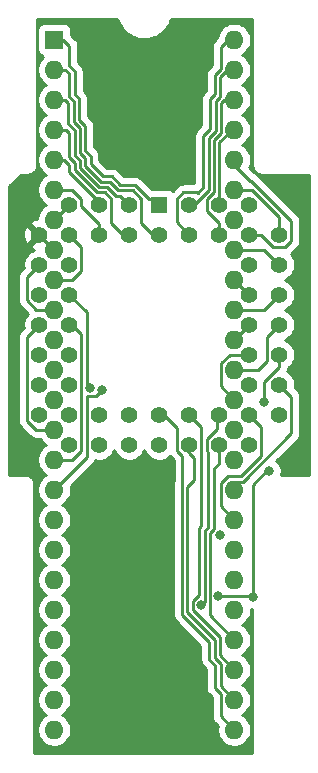
<source format=gbl>
G04 #@! TF.GenerationSoftware,KiCad,Pcbnew,(5.1.6-0)*
G04 #@! TF.CreationDate,2023-03-04T21:55:24+01:00*
G04 #@! TF.ProjectId,PaulaAdapter,5061756c-6141-4646-9170-7465722e6b69,rev?*
G04 #@! TF.SameCoordinates,Original*
G04 #@! TF.FileFunction,Copper,L2,Bot*
G04 #@! TF.FilePolarity,Positive*
%FSLAX46Y46*%
G04 Gerber Fmt 4.6, Leading zero omitted, Abs format (unit mm)*
G04 Created by KiCad (PCBNEW (5.1.6-0)) date 2023-03-04 21:55:24*
%MOMM*%
%LPD*%
G01*
G04 APERTURE LIST*
G04 #@! TA.AperFunction,ComponentPad*
%ADD10C,1.422400*%
G04 #@! TD*
G04 #@! TA.AperFunction,ComponentPad*
%ADD11R,1.422400X1.422400*%
G04 #@! TD*
G04 #@! TA.AperFunction,ComponentPad*
%ADD12O,1.600000X1.600000*%
G04 #@! TD*
G04 #@! TA.AperFunction,ComponentPad*
%ADD13R,1.600000X1.600000*%
G04 #@! TD*
G04 #@! TA.AperFunction,ViaPad*
%ADD14C,0.800000*%
G04 #@! TD*
G04 #@! TA.AperFunction,Conductor*
%ADD15C,0.250000*%
G04 #@! TD*
G04 #@! TA.AperFunction,Conductor*
%ADD16C,0.254000*%
G04 #@! TD*
G04 APERTURE END LIST*
D10*
X48704500Y-46863000D03*
X48704500Y-49403000D03*
X48704500Y-51943000D03*
X48704500Y-54483000D03*
X48704500Y-57023000D03*
X48704500Y-59563000D03*
X46164500Y-44323000D03*
X46164500Y-49403000D03*
X46164500Y-51943000D03*
X46164500Y-54483000D03*
X46164500Y-57023000D03*
X46164500Y-59563000D03*
X46164500Y-62103000D03*
X46164500Y-64643000D03*
X43624500Y-64643000D03*
X41084500Y-64643000D03*
X38544500Y-64643000D03*
X36004500Y-64643000D03*
X33464500Y-64643000D03*
X30924500Y-64643000D03*
X48704500Y-62103000D03*
X43624500Y-62103000D03*
X41084500Y-62103000D03*
X38544500Y-62103000D03*
X36004500Y-62103000D03*
X33464500Y-62103000D03*
X30924500Y-62103000D03*
X28384500Y-62103000D03*
X28384500Y-59563000D03*
X28384500Y-57023000D03*
X28384500Y-54483000D03*
X28384500Y-51943000D03*
X28384500Y-49403000D03*
X28384500Y-46863000D03*
X30924500Y-59563000D03*
X30924500Y-57023000D03*
X30924500Y-54483000D03*
X30924500Y-51943000D03*
X30924500Y-49403000D03*
X30924500Y-46863000D03*
X43624500Y-44323000D03*
X41084500Y-44323000D03*
X30924500Y-44323000D03*
X33464500Y-44323000D03*
X36004500Y-44323000D03*
D11*
X38544500Y-44323000D03*
D10*
X46164500Y-46863000D03*
X43624500Y-46863000D03*
X41084500Y-46863000D03*
X33464500Y-46863000D03*
X36004500Y-46863000D03*
X38544500Y-46863000D03*
D12*
X44894500Y-30353000D03*
X29654500Y-88773000D03*
X44894500Y-32893000D03*
X29654500Y-86233000D03*
X44894500Y-35433000D03*
X29654500Y-83693000D03*
X44894500Y-37973000D03*
X29654500Y-81153000D03*
X44894500Y-40513000D03*
X29654500Y-78613000D03*
X44894500Y-43053000D03*
X29654500Y-76073000D03*
X44894500Y-45593000D03*
X29654500Y-73533000D03*
X44894500Y-48133000D03*
X29654500Y-70993000D03*
X44894500Y-50673000D03*
X29654500Y-68453000D03*
X44894500Y-53213000D03*
X29654500Y-65913000D03*
X44894500Y-55753000D03*
X29654500Y-63373000D03*
X44894500Y-58293000D03*
X29654500Y-60833000D03*
X44894500Y-60833000D03*
X29654500Y-58293000D03*
X44894500Y-63373000D03*
X29654500Y-55753000D03*
X44894500Y-65913000D03*
X29654500Y-53213000D03*
X44894500Y-68453000D03*
X29654500Y-50673000D03*
X44894500Y-70993000D03*
X29654500Y-48133000D03*
X44894500Y-73533000D03*
X29654500Y-45593000D03*
X44894500Y-76073000D03*
X29654500Y-43053000D03*
X44894500Y-78613000D03*
X29654500Y-40513000D03*
X44894500Y-81153000D03*
X29654500Y-37973000D03*
X44894500Y-83693000D03*
X29654500Y-35433000D03*
X44894500Y-86233000D03*
X29654500Y-32893000D03*
X44894500Y-88773000D03*
D13*
X29654500Y-30353000D03*
D14*
X33661541Y-60051618D03*
X32685701Y-59833121D03*
X47434500Y-61023500D03*
X47879000Y-66865500D03*
X46446220Y-77535857D03*
X43556482Y-77425290D03*
X43688000Y-72326500D03*
X37211000Y-30924500D03*
X26797000Y-48133000D03*
X50546000Y-66611500D03*
X38417500Y-66865500D03*
X42164000Y-89408000D03*
X32131000Y-89471500D03*
X26416000Y-66611500D03*
X50546000Y-42291000D03*
X42106481Y-78232000D03*
D15*
X38544500Y-46863000D02*
X38036500Y-46863000D01*
X37040701Y-45867201D02*
X37040701Y-43825623D01*
X37040701Y-43825623D02*
X36337476Y-43122398D01*
X38036500Y-46863000D02*
X37040701Y-45867201D01*
X35070296Y-43122398D02*
X34334677Y-42386779D01*
X36337476Y-43122398D02*
X35070296Y-43122398D01*
X34334677Y-42386779D02*
X33628009Y-42386779D01*
X32274528Y-41033298D02*
X32274527Y-40398297D01*
X33628009Y-42386779D02*
X32274528Y-41033298D01*
X31824518Y-39948288D02*
X31824518Y-37854198D01*
X32274527Y-40398297D02*
X31824518Y-39948288D01*
X31311010Y-37340690D02*
X31311009Y-35564099D01*
X31824518Y-37854198D02*
X31311010Y-37340690D01*
X31311009Y-35564099D02*
X30924500Y-35177590D01*
X30924500Y-35177590D02*
X30924500Y-33210500D01*
X30607000Y-32893000D02*
X29654500Y-32893000D01*
X30924500Y-33210500D02*
X30607000Y-32893000D01*
X29654500Y-30353000D02*
X30416500Y-30353000D01*
X30924500Y-30861000D02*
X30924500Y-32574090D01*
X30416500Y-30353000D02*
X30924500Y-30861000D01*
X30924500Y-32574090D02*
X31374510Y-33024100D01*
X31374510Y-34991190D02*
X31761018Y-35377700D01*
X31374510Y-33024100D02*
X31374510Y-34991190D01*
X31761018Y-37154288D02*
X32274528Y-37667798D01*
X31761018Y-35377700D02*
X31761018Y-37154288D01*
X32274528Y-39761888D02*
X32724536Y-40211898D01*
X32274528Y-37667798D02*
X32274528Y-39761888D01*
X32724536Y-40846896D02*
X33814409Y-41936769D01*
X32724536Y-40211898D02*
X32724536Y-40846896D01*
X33814409Y-41936769D02*
X34521078Y-41936770D01*
X35256696Y-42672388D02*
X36523877Y-42672389D01*
X36523877Y-42672389D02*
X37655500Y-43804012D01*
X34521078Y-41936770D02*
X35256696Y-42672388D01*
X38025512Y-43804012D02*
X38544500Y-44323000D01*
X37655500Y-43804012D02*
X38025512Y-43804012D01*
X40048299Y-43825623D02*
X40587123Y-43286799D01*
X40587123Y-43286799D02*
X41762799Y-43286799D01*
X40048299Y-45826799D02*
X40048299Y-43825623D01*
X41084500Y-46863000D02*
X40048299Y-45826799D01*
X41783000Y-43307000D02*
X41834102Y-43307000D01*
X41762799Y-43286799D02*
X41783000Y-43307000D01*
X42274472Y-38493300D02*
X42869479Y-37898293D01*
X42274472Y-42866630D02*
X42274472Y-38493300D01*
X41834102Y-43307000D02*
X42274472Y-42866630D01*
X42869479Y-37898293D02*
X42869480Y-35359700D01*
X42869480Y-35359700D02*
X43237990Y-34991190D01*
X43237990Y-34991190D02*
X43237991Y-33341599D01*
X43237991Y-33341599D02*
X43769499Y-32810091D01*
X44358998Y-30353000D02*
X43769499Y-30942499D01*
X44894500Y-30353000D02*
X44358998Y-30353000D01*
X43769499Y-32810091D02*
X43769499Y-30942499D01*
X44894500Y-32893000D02*
X44323000Y-32893000D01*
X43688000Y-33528000D02*
X43688000Y-35177590D01*
X44323000Y-32893000D02*
X43688000Y-33528000D01*
X43688000Y-35177590D02*
X43319489Y-35546101D01*
X43319489Y-38084691D02*
X42724482Y-38679700D01*
X43319489Y-35546101D02*
X43319489Y-38084691D01*
X41454512Y-44323000D02*
X41084500Y-44323000D01*
X42724482Y-43053030D02*
X41454512Y-44323000D01*
X42724482Y-38679700D02*
X42724482Y-43053030D01*
X42588299Y-43825623D02*
X43174490Y-43239432D01*
X42588299Y-44820377D02*
X42588299Y-43825623D01*
X43624500Y-45856578D02*
X42588299Y-44820377D01*
X43624500Y-46863000D02*
X43624500Y-45856578D01*
X43174490Y-43239432D02*
X43174491Y-38866099D01*
X43769499Y-38271091D02*
X43769499Y-35732501D01*
X43174491Y-38866099D02*
X43769499Y-38271091D01*
X44069000Y-35433000D02*
X44894500Y-35433000D01*
X43769499Y-35732501D02*
X44069000Y-35433000D01*
X43624500Y-44323000D02*
X43624500Y-39052500D01*
X44704000Y-37973000D02*
X44894500Y-37973000D01*
X43624500Y-39052500D02*
X44704000Y-37973000D01*
X49740701Y-45729213D02*
X46302488Y-42291000D01*
X49740701Y-47360377D02*
X49740701Y-45729213D01*
X48207123Y-47899201D02*
X49201877Y-47899201D01*
X47170922Y-46863000D02*
X48207123Y-47899201D01*
X49201877Y-47899201D02*
X49740701Y-47360377D01*
X46164500Y-46863000D02*
X47170922Y-46863000D01*
X46302488Y-42291000D02*
X46228000Y-42291000D01*
X44894500Y-40957500D02*
X44894500Y-40513000D01*
X46228000Y-42291000D02*
X44894500Y-40957500D01*
X48704500Y-45329422D02*
X48704500Y-46863000D01*
X46428078Y-43053000D02*
X48704500Y-45329422D01*
X44894500Y-43053000D02*
X46428078Y-43053000D01*
X43769499Y-83204409D02*
X43769499Y-85107999D01*
X43237990Y-81148900D02*
X43237990Y-82672900D01*
X40931471Y-78842381D02*
X43237990Y-81148900D01*
X43237990Y-82672900D02*
X43769499Y-83204409D01*
X40931470Y-68225030D02*
X40931471Y-78842381D01*
X41529000Y-65786000D02*
X41529000Y-67627500D01*
X41084500Y-65341500D02*
X41529000Y-65786000D01*
X43769499Y-85107999D02*
X44894500Y-86233000D01*
X41529000Y-67627500D02*
X40931470Y-68225030D01*
X41084500Y-64643000D02*
X41084500Y-65341500D01*
X44894500Y-88773000D02*
X43750795Y-87629295D01*
X43750795Y-85725705D02*
X43243500Y-85218410D01*
X43243500Y-85218410D02*
X43243500Y-83314820D01*
X43750795Y-87629295D02*
X43750795Y-85725705D01*
X43243500Y-83314820D02*
X42787980Y-82859300D01*
X42787980Y-82859300D02*
X42787980Y-81335300D01*
X40481462Y-79028780D02*
X40481462Y-67976538D01*
X42787980Y-81335300D02*
X40481462Y-79028780D01*
X40481462Y-67976538D02*
X40513000Y-67945000D01*
X40048299Y-65140377D02*
X40048299Y-63202701D01*
X40513000Y-65605078D02*
X40048299Y-65140377D01*
X40513000Y-67945000D02*
X40513000Y-65605078D01*
X38948598Y-62103000D02*
X38544500Y-62103000D01*
X40048299Y-63202701D02*
X38948598Y-62103000D01*
X42831481Y-79089981D02*
X44894500Y-81153000D01*
X42831481Y-72110017D02*
X42831481Y-79089981D01*
X43148250Y-71793248D02*
X42831481Y-72110017D01*
X43148250Y-66706750D02*
X43148250Y-71793248D01*
X43624500Y-66230500D02*
X43148250Y-66706750D01*
X43624500Y-64643000D02*
X43624500Y-66230500D01*
X28130500Y-53213000D02*
X29654500Y-53213000D01*
X27348299Y-52430799D02*
X28130500Y-53213000D01*
X27348299Y-50439201D02*
X27348299Y-52430799D01*
X28384500Y-49403000D02*
X27348299Y-50439201D01*
X31960701Y-49900377D02*
X31188078Y-50673000D01*
X31960701Y-47899201D02*
X31960701Y-49900377D01*
X31188078Y-50673000D02*
X29654500Y-50673000D01*
X30924500Y-46863000D02*
X31960701Y-47899201D01*
X29654500Y-45593000D02*
X30924500Y-44323000D01*
X33464500Y-46863000D02*
X33464500Y-45974000D01*
X31188078Y-43053000D02*
X29654500Y-43053000D01*
X31960701Y-43825623D02*
X31188078Y-43053000D01*
X31960701Y-44470201D02*
X31960701Y-43825623D01*
X33464500Y-45974000D02*
X31960701Y-44470201D01*
X33464500Y-44323000D02*
X33464500Y-44132500D01*
X33464500Y-44132500D02*
X30924500Y-41592500D01*
X30924500Y-41592500D02*
X30924500Y-40957500D01*
X30480000Y-40513000D02*
X29654500Y-40513000D01*
X30924500Y-40957500D02*
X30480000Y-40513000D01*
X31374509Y-40771099D02*
X30924500Y-40321090D01*
X30924500Y-40321090D02*
X30924500Y-38227000D01*
X33255209Y-43286799D02*
X31374510Y-41406100D01*
X33961877Y-43286799D02*
X33255209Y-43286799D01*
X31374510Y-41406100D02*
X31374509Y-40771099D01*
X34500701Y-43825623D02*
X33961877Y-43286799D01*
X30670500Y-37973000D02*
X29654500Y-37973000D01*
X35496500Y-46863000D02*
X34500701Y-45867201D01*
X34500701Y-45867201D02*
X34500701Y-43825623D01*
X30924500Y-38227000D02*
X30670500Y-37973000D01*
X36004500Y-46863000D02*
X35496500Y-46863000D01*
X34883896Y-43572408D02*
X34148277Y-42836789D01*
X35253908Y-43572408D02*
X34883896Y-43572408D01*
X36004500Y-44323000D02*
X35253908Y-43572408D01*
X34148277Y-42836789D02*
X33441609Y-42836789D01*
X31824518Y-41219698D02*
X31824518Y-40584698D01*
X33441609Y-42836789D02*
X31824518Y-41219698D01*
X31374510Y-40134690D02*
X31374509Y-38040599D01*
X31824518Y-40584698D02*
X31374510Y-40134690D01*
X31374509Y-38040599D02*
X30861000Y-37527090D01*
X30861000Y-37527090D02*
X30861000Y-35750500D01*
X30543500Y-35433000D02*
X29654500Y-35433000D01*
X30861000Y-35750500D02*
X30543500Y-35433000D01*
X47434500Y-48133000D02*
X48704500Y-49403000D01*
X44894500Y-48133000D02*
X47434500Y-48133000D01*
X46164500Y-51943000D02*
X44894500Y-50673000D01*
X33661541Y-60051618D02*
X33155037Y-60558122D01*
X32410711Y-65696789D02*
X29654500Y-68453000D01*
X32410711Y-60616789D02*
X32410711Y-65696789D01*
X32469378Y-60558122D02*
X32410711Y-60616789D01*
X33155037Y-60558122D02*
X32469378Y-60558122D01*
X47434500Y-53213000D02*
X48704500Y-51943000D01*
X44894500Y-53213000D02*
X47434500Y-53213000D01*
X31188078Y-65913000D02*
X29654500Y-65913000D01*
X31960701Y-65140377D02*
X31188078Y-65913000D01*
X31960701Y-55261701D02*
X31960701Y-65140377D01*
X31182000Y-54483000D02*
X31960701Y-55261701D01*
X30924500Y-54483000D02*
X31182000Y-54483000D01*
X44894500Y-55753000D02*
X46164500Y-54483000D01*
X28120922Y-63373000D02*
X29654500Y-63373000D01*
X27348299Y-62600377D02*
X28120922Y-63373000D01*
X27348299Y-55519201D02*
X27348299Y-62600377D01*
X28384500Y-54483000D02*
X27348299Y-55519201D01*
X47668299Y-55519201D02*
X48704500Y-54483000D01*
X47668299Y-57520377D02*
X47668299Y-55519201D01*
X46895676Y-58293000D02*
X47668299Y-57520377D01*
X44894500Y-58293000D02*
X46895676Y-58293000D01*
X30924500Y-51943000D02*
X32410711Y-53429211D01*
X32410711Y-59558131D02*
X32685701Y-59833121D01*
X32410711Y-53429211D02*
X32410711Y-59558131D01*
X43769499Y-59707999D02*
X44894500Y-60833000D01*
X43769499Y-57752999D02*
X43769499Y-59707999D01*
X44499498Y-57023000D02*
X43769499Y-57752999D01*
X46164500Y-57023000D02*
X44499498Y-57023000D01*
X48704500Y-58029422D02*
X48704500Y-57023000D01*
X47434500Y-59299422D02*
X48704500Y-58029422D01*
X47434500Y-61023500D02*
X47434500Y-59299422D01*
X46446220Y-72913308D02*
X46446220Y-77535857D01*
X43619191Y-77487999D02*
X43556482Y-77425290D01*
X46398362Y-77487999D02*
X43619191Y-77487999D01*
X46446220Y-77535857D02*
X46398362Y-77487999D01*
X46446220Y-68021936D02*
X46446220Y-72913308D01*
X47602656Y-66865500D02*
X46446220Y-68021936D01*
X47879000Y-66865500D02*
X47602656Y-66865500D01*
X49740701Y-60599201D02*
X48704500Y-59563000D01*
X49740701Y-63658209D02*
X49740701Y-60599201D01*
X45315491Y-67778009D02*
X45620902Y-67778008D01*
X44894500Y-68199000D02*
X45315491Y-67778009D01*
X45620902Y-67778008D02*
X49740701Y-63658209D01*
X44894500Y-68453000D02*
X44894500Y-68199000D01*
X43769499Y-67912999D02*
X43769499Y-69867999D01*
X44354499Y-67327999D02*
X43769499Y-67912999D01*
X45434501Y-67327999D02*
X44354499Y-67327999D01*
X43769499Y-69867999D02*
X44894500Y-70993000D01*
X47200701Y-65561799D02*
X45434501Y-67327999D01*
X47200701Y-63139201D02*
X47200701Y-65561799D01*
X46164500Y-62103000D02*
X47200701Y-63139201D01*
X28384500Y-46863000D02*
X29654500Y-48133000D01*
X43424422Y-62303078D02*
X43624500Y-62103000D01*
X43424422Y-63309500D02*
X43424422Y-62303078D01*
X42588299Y-65140377D02*
X42588299Y-64145623D01*
X42698240Y-65250318D02*
X42588299Y-65140377D01*
X42698240Y-71606848D02*
X42698240Y-65250318D01*
X42381472Y-71923616D02*
X42698240Y-71606848D01*
X42588299Y-64145623D02*
X43424422Y-63309500D01*
X42381471Y-77957010D02*
X42381472Y-71923616D01*
X42106481Y-78232000D02*
X42381471Y-77957010D01*
X42120701Y-63139201D02*
X41084500Y-62103000D01*
X42120701Y-71547977D02*
X42120701Y-63139201D01*
X41931461Y-77334018D02*
X41931461Y-71737217D01*
X41381480Y-77883999D02*
X41931461Y-77334018D01*
X41381480Y-78655980D02*
X41381480Y-77883999D01*
X43688000Y-80962500D02*
X41381480Y-78655980D01*
X43688000Y-82486500D02*
X43688000Y-80962500D01*
X41931461Y-71737217D02*
X42120701Y-71547977D01*
X44894500Y-83693000D02*
X43688000Y-82486500D01*
D16*
G36*
X35069536Y-28814977D02*
G01*
X35093108Y-28869973D01*
X35115897Y-28925265D01*
X35120280Y-28933371D01*
X35281481Y-29226593D01*
X35315268Y-29275938D01*
X35348380Y-29325776D01*
X35354254Y-29332876D01*
X35569338Y-29589203D01*
X35612068Y-29631047D01*
X35654227Y-29673502D01*
X35661369Y-29679326D01*
X35922145Y-29888995D01*
X35972179Y-29921737D01*
X36021790Y-29955200D01*
X36029926Y-29959526D01*
X36326460Y-30114551D01*
X36381925Y-30136960D01*
X36437071Y-30160142D01*
X36445893Y-30162805D01*
X36766891Y-30257279D01*
X36825659Y-30268489D01*
X36884246Y-30280516D01*
X36893417Y-30281415D01*
X37226651Y-30311742D01*
X37286468Y-30311324D01*
X37346286Y-30311742D01*
X37355457Y-30310843D01*
X37688236Y-30275867D01*
X37746871Y-30263831D01*
X37805595Y-30252629D01*
X37814411Y-30249967D01*
X37814415Y-30249966D01*
X37814418Y-30249965D01*
X38134064Y-30151017D01*
X38189207Y-30127837D01*
X38244670Y-30105429D01*
X38252806Y-30101103D01*
X38547147Y-29941953D01*
X38596721Y-29908515D01*
X38646795Y-29875748D01*
X38653936Y-29869923D01*
X38911759Y-29656634D01*
X38953899Y-29614198D01*
X38996649Y-29572335D01*
X39002522Y-29565234D01*
X39214006Y-29305929D01*
X39247076Y-29256154D01*
X39280906Y-29206748D01*
X39285288Y-29198641D01*
X39442379Y-28903197D01*
X39465176Y-28847887D01*
X39488740Y-28792910D01*
X39491465Y-28784107D01*
X39539503Y-28625000D01*
X46432000Y-28625000D01*
X46432001Y-41050843D01*
X46428686Y-41084500D01*
X46441912Y-41218783D01*
X46481081Y-41347906D01*
X46544688Y-41466907D01*
X46630289Y-41571211D01*
X46734593Y-41656812D01*
X46853594Y-41720419D01*
X46982717Y-41759588D01*
X47083353Y-41769500D01*
X47117000Y-41772814D01*
X47150647Y-41769500D01*
X51258000Y-41769500D01*
X51258001Y-67196500D01*
X48862171Y-67196500D01*
X48874226Y-67167398D01*
X48914000Y-66967439D01*
X48914000Y-66763561D01*
X48874226Y-66563602D01*
X48796205Y-66375244D01*
X48682937Y-66205726D01*
X48538774Y-66061563D01*
X48462868Y-66010844D01*
X50251705Y-64222007D01*
X50280702Y-64198210D01*
X50375675Y-64082485D01*
X50446247Y-63950456D01*
X50489704Y-63807195D01*
X50500701Y-63695542D01*
X50500701Y-63695541D01*
X50504378Y-63658209D01*
X50500701Y-63620876D01*
X50500701Y-60636534D01*
X50504378Y-60599201D01*
X50489704Y-60450215D01*
X50446247Y-60306954D01*
X50375675Y-60174925D01*
X50304500Y-60088198D01*
X50280702Y-60059200D01*
X50251704Y-60035402D01*
X50027670Y-59811369D01*
X50050700Y-59695589D01*
X50050700Y-59430411D01*
X49998967Y-59170328D01*
X49897487Y-58925335D01*
X49750162Y-58704847D01*
X49562653Y-58517338D01*
X49373142Y-58390711D01*
X49410046Y-58321669D01*
X49453503Y-58178408D01*
X49457384Y-58139000D01*
X49562653Y-58068662D01*
X49750162Y-57881153D01*
X49897487Y-57660665D01*
X49998967Y-57415672D01*
X50050700Y-57155589D01*
X50050700Y-56890411D01*
X49998967Y-56630328D01*
X49897487Y-56385335D01*
X49750162Y-56164847D01*
X49562653Y-55977338D01*
X49342165Y-55830013D01*
X49156240Y-55753000D01*
X49342165Y-55675987D01*
X49562653Y-55528662D01*
X49750162Y-55341153D01*
X49897487Y-55120665D01*
X49998967Y-54875672D01*
X50050700Y-54615589D01*
X50050700Y-54350411D01*
X49998967Y-54090328D01*
X49897487Y-53845335D01*
X49750162Y-53624847D01*
X49562653Y-53437338D01*
X49342165Y-53290013D01*
X49156240Y-53213000D01*
X49342165Y-53135987D01*
X49562653Y-52988662D01*
X49750162Y-52801153D01*
X49897487Y-52580665D01*
X49998967Y-52335672D01*
X50050700Y-52075589D01*
X50050700Y-51810411D01*
X49998967Y-51550328D01*
X49897487Y-51305335D01*
X49750162Y-51084847D01*
X49562653Y-50897338D01*
X49342165Y-50750013D01*
X49156240Y-50673000D01*
X49342165Y-50595987D01*
X49562653Y-50448662D01*
X49750162Y-50261153D01*
X49897487Y-50040665D01*
X49998967Y-49795672D01*
X50050700Y-49535589D01*
X50050700Y-49270411D01*
X49998967Y-49010328D01*
X49897487Y-48765335D01*
X49750162Y-48544847D01*
X49688403Y-48483088D01*
X49741878Y-48439202D01*
X49765680Y-48410199D01*
X50251704Y-47924175D01*
X50280702Y-47900378D01*
X50375675Y-47784653D01*
X50446247Y-47652624D01*
X50489704Y-47509363D01*
X50500701Y-47397710D01*
X50500701Y-47397701D01*
X50504377Y-47360378D01*
X50500701Y-47323055D01*
X50500701Y-45766535D01*
X50504377Y-45729212D01*
X50500701Y-45691889D01*
X50500701Y-45691880D01*
X50489704Y-45580227D01*
X50446247Y-45436966D01*
X50375675Y-45304937D01*
X50345734Y-45268454D01*
X50304500Y-45218209D01*
X50304496Y-45218205D01*
X50280702Y-45189212D01*
X50251709Y-45165418D01*
X46866292Y-41780003D01*
X46842489Y-41750999D01*
X46726764Y-41656026D01*
X46600151Y-41588349D01*
X46177412Y-41165610D01*
X46274353Y-40931574D01*
X46329500Y-40654335D01*
X46329500Y-40371665D01*
X46274353Y-40094426D01*
X46166180Y-39833273D01*
X46009137Y-39598241D01*
X45809259Y-39398363D01*
X45576741Y-39243000D01*
X45809259Y-39087637D01*
X46009137Y-38887759D01*
X46166180Y-38652727D01*
X46274353Y-38391574D01*
X46329500Y-38114335D01*
X46329500Y-37831665D01*
X46274353Y-37554426D01*
X46166180Y-37293273D01*
X46009137Y-37058241D01*
X45809259Y-36858363D01*
X45576741Y-36703000D01*
X45809259Y-36547637D01*
X46009137Y-36347759D01*
X46166180Y-36112727D01*
X46274353Y-35851574D01*
X46329500Y-35574335D01*
X46329500Y-35291665D01*
X46274353Y-35014426D01*
X46166180Y-34753273D01*
X46009137Y-34518241D01*
X45809259Y-34318363D01*
X45576741Y-34163000D01*
X45809259Y-34007637D01*
X46009137Y-33807759D01*
X46166180Y-33572727D01*
X46274353Y-33311574D01*
X46329500Y-33034335D01*
X46329500Y-32751665D01*
X46274353Y-32474426D01*
X46166180Y-32213273D01*
X46009137Y-31978241D01*
X45809259Y-31778363D01*
X45576741Y-31623000D01*
X45809259Y-31467637D01*
X46009137Y-31267759D01*
X46166180Y-31032727D01*
X46274353Y-30771574D01*
X46329500Y-30494335D01*
X46329500Y-30211665D01*
X46274353Y-29934426D01*
X46166180Y-29673273D01*
X46009137Y-29438241D01*
X45809259Y-29238363D01*
X45574227Y-29081320D01*
X45313074Y-28973147D01*
X45035835Y-28918000D01*
X44753165Y-28918000D01*
X44475926Y-28973147D01*
X44214773Y-29081320D01*
X43979741Y-29238363D01*
X43779863Y-29438241D01*
X43622820Y-29673273D01*
X43514647Y-29934426D01*
X43467935Y-30169261D01*
X43258496Y-30378701D01*
X43229499Y-30402498D01*
X43205701Y-30431496D01*
X43205700Y-30431497D01*
X43134525Y-30518223D01*
X43063953Y-30650253D01*
X43033679Y-30750057D01*
X43025423Y-30777276D01*
X43020497Y-30793514D01*
X43005823Y-30942499D01*
X43009500Y-30979831D01*
X43009499Y-32495289D01*
X42726989Y-32777800D01*
X42697991Y-32801598D01*
X42674193Y-32830596D01*
X42674192Y-32830597D01*
X42603017Y-32917323D01*
X42532445Y-33049353D01*
X42515952Y-33103725D01*
X42491224Y-33185247D01*
X42488989Y-33192614D01*
X42474315Y-33341599D01*
X42477992Y-33378931D01*
X42477990Y-34676389D01*
X42358478Y-34795901D01*
X42329480Y-34819699D01*
X42305682Y-34848697D01*
X42305681Y-34848698D01*
X42234506Y-34935424D01*
X42163934Y-35067454D01*
X42147441Y-35121826D01*
X42120478Y-35210714D01*
X42113258Y-35284015D01*
X42105804Y-35359700D01*
X42109481Y-35397032D01*
X42109479Y-37583491D01*
X41763470Y-37929501D01*
X41734472Y-37953299D01*
X41710674Y-37982297D01*
X41710673Y-37982298D01*
X41639498Y-38069024D01*
X41568926Y-38201054D01*
X41549454Y-38265247D01*
X41530996Y-38326099D01*
X41525470Y-38344315D01*
X41510796Y-38493300D01*
X41514473Y-38530632D01*
X41514472Y-42526799D01*
X40624445Y-42526799D01*
X40587122Y-42523123D01*
X40549799Y-42526799D01*
X40549790Y-42526799D01*
X40438137Y-42537796D01*
X40294876Y-42581253D01*
X40162847Y-42651825D01*
X40047122Y-42746798D01*
X40023324Y-42775796D01*
X39669328Y-43129793D01*
X39610194Y-43081263D01*
X39499880Y-43022298D01*
X39380182Y-42985988D01*
X39255700Y-42973728D01*
X37900018Y-42973728D01*
X37087674Y-42161385D01*
X37063878Y-42132389D01*
X37028679Y-42103502D01*
X36948153Y-42037415D01*
X36816123Y-41966843D01*
X36716319Y-41936569D01*
X36672863Y-41923387D01*
X36561210Y-41912390D01*
X36523877Y-41908713D01*
X36486546Y-41912390D01*
X35571498Y-41912389D01*
X35084875Y-41425766D01*
X35061079Y-41396770D01*
X35026855Y-41368683D01*
X34945354Y-41301796D01*
X34813324Y-41231224D01*
X34736749Y-41207996D01*
X34670065Y-41187768D01*
X34558412Y-41176771D01*
X34558411Y-41176771D01*
X34521078Y-41173094D01*
X34483747Y-41176771D01*
X34129212Y-41176770D01*
X33484536Y-40532095D01*
X33484536Y-40249222D01*
X33488212Y-40211899D01*
X33484536Y-40174574D01*
X33484536Y-40174565D01*
X33473539Y-40062912D01*
X33430082Y-39919651D01*
X33359510Y-39787622D01*
X33264537Y-39671897D01*
X33235536Y-39648096D01*
X33034528Y-39447088D01*
X33034528Y-37705121D01*
X33038204Y-37667798D01*
X33034528Y-37630475D01*
X33034528Y-37630465D01*
X33023531Y-37518812D01*
X32980074Y-37375551D01*
X32909502Y-37243522D01*
X32814529Y-37127797D01*
X32785531Y-37104000D01*
X32521018Y-36839487D01*
X32521018Y-35415024D01*
X32524694Y-35377701D01*
X32521018Y-35340376D01*
X32521018Y-35340367D01*
X32510021Y-35228714D01*
X32466564Y-35085453D01*
X32395992Y-34953424D01*
X32301019Y-34837699D01*
X32272018Y-34813899D01*
X32134510Y-34676390D01*
X32134510Y-33061422D01*
X32138186Y-33024099D01*
X32134510Y-32986776D01*
X32134510Y-32986767D01*
X32123513Y-32875114D01*
X32080056Y-32731853D01*
X32009484Y-32599824D01*
X31914511Y-32484099D01*
X31885508Y-32460297D01*
X31684500Y-32259289D01*
X31684500Y-30898322D01*
X31688176Y-30860999D01*
X31684500Y-30823676D01*
X31684500Y-30823667D01*
X31673503Y-30712014D01*
X31630046Y-30568753D01*
X31559474Y-30436724D01*
X31464501Y-30320999D01*
X31435503Y-30297202D01*
X31092572Y-29954271D01*
X31092572Y-29553000D01*
X31080312Y-29428518D01*
X31044002Y-29308820D01*
X30985037Y-29198506D01*
X30905685Y-29101815D01*
X30808994Y-29022463D01*
X30698680Y-28963498D01*
X30578982Y-28927188D01*
X30454500Y-28914928D01*
X28854500Y-28914928D01*
X28730018Y-28927188D01*
X28610320Y-28963498D01*
X28500006Y-29022463D01*
X28403315Y-29101815D01*
X28323963Y-29198506D01*
X28264998Y-29308820D01*
X28228688Y-29428518D01*
X28216428Y-29553000D01*
X28216428Y-31153000D01*
X28228688Y-31277482D01*
X28264998Y-31397180D01*
X28323963Y-31507494D01*
X28403315Y-31604185D01*
X28500006Y-31683537D01*
X28610320Y-31742502D01*
X28730018Y-31778812D01*
X28738461Y-31779643D01*
X28539863Y-31978241D01*
X28382820Y-32213273D01*
X28274647Y-32474426D01*
X28219500Y-32751665D01*
X28219500Y-33034335D01*
X28274647Y-33311574D01*
X28382820Y-33572727D01*
X28539863Y-33807759D01*
X28739741Y-34007637D01*
X28972259Y-34163000D01*
X28739741Y-34318363D01*
X28539863Y-34518241D01*
X28382820Y-34753273D01*
X28274647Y-35014426D01*
X28219500Y-35291665D01*
X28219500Y-35574335D01*
X28274647Y-35851574D01*
X28382820Y-36112727D01*
X28539863Y-36347759D01*
X28739741Y-36547637D01*
X28972259Y-36703000D01*
X28739741Y-36858363D01*
X28539863Y-37058241D01*
X28382820Y-37293273D01*
X28274647Y-37554426D01*
X28219500Y-37831665D01*
X28219500Y-38114335D01*
X28274647Y-38391574D01*
X28382820Y-38652727D01*
X28539863Y-38887759D01*
X28739741Y-39087637D01*
X28972259Y-39243000D01*
X28739741Y-39398363D01*
X28539863Y-39598241D01*
X28382820Y-39833273D01*
X28274647Y-40094426D01*
X28219500Y-40371665D01*
X28219500Y-40654335D01*
X28274647Y-40931574D01*
X28382820Y-41192727D01*
X28539863Y-41427759D01*
X28739741Y-41627637D01*
X28972259Y-41783000D01*
X28739741Y-41938363D01*
X28539863Y-42138241D01*
X28382820Y-42373273D01*
X28274647Y-42634426D01*
X28219500Y-42911665D01*
X28219500Y-43194335D01*
X28274647Y-43471574D01*
X28382820Y-43732727D01*
X28539863Y-43967759D01*
X28739741Y-44167637D01*
X28972259Y-44323000D01*
X28739741Y-44478363D01*
X28539863Y-44678241D01*
X28382820Y-44913273D01*
X28274647Y-45174426D01*
X28219500Y-45451665D01*
X28219500Y-45526335D01*
X28048387Y-45552709D01*
X27799220Y-45643458D01*
X27695652Y-45698817D01*
X27634832Y-45933727D01*
X28384500Y-46683395D01*
X28398643Y-46669253D01*
X28578248Y-46848858D01*
X28564105Y-46863000D01*
X28578248Y-46877143D01*
X28398643Y-47056748D01*
X28384500Y-47042605D01*
X27634832Y-47792273D01*
X27695652Y-48027183D01*
X27927434Y-48135206D01*
X27746835Y-48210013D01*
X27526347Y-48357338D01*
X27338838Y-48544847D01*
X27191513Y-48765335D01*
X27090033Y-49010328D01*
X27038300Y-49270411D01*
X27038300Y-49535589D01*
X27061330Y-49651369D01*
X26837301Y-49875397D01*
X26808298Y-49899200D01*
X26776694Y-49937710D01*
X26713325Y-50014925D01*
X26663283Y-50108546D01*
X26642753Y-50146955D01*
X26599296Y-50290216D01*
X26588299Y-50401869D01*
X26588299Y-50401879D01*
X26584623Y-50439201D01*
X26588299Y-50476524D01*
X26588300Y-52393467D01*
X26584623Y-52430799D01*
X26588300Y-52468132D01*
X26589765Y-52483001D01*
X26599297Y-52579784D01*
X26642753Y-52723045D01*
X26713325Y-52855075D01*
X26767227Y-52920754D01*
X26808299Y-52970800D01*
X26837297Y-52994598D01*
X27403192Y-53560493D01*
X27338838Y-53624847D01*
X27191513Y-53845335D01*
X27090033Y-54090328D01*
X27038300Y-54350411D01*
X27038300Y-54615589D01*
X27061330Y-54731369D01*
X26837301Y-54955397D01*
X26808298Y-54979200D01*
X26772352Y-55023001D01*
X26713325Y-55094925D01*
X26666961Y-55181666D01*
X26642753Y-55226955D01*
X26599296Y-55370216D01*
X26588299Y-55481869D01*
X26588299Y-55481879D01*
X26584623Y-55519201D01*
X26588299Y-55556524D01*
X26588300Y-62563045D01*
X26584623Y-62600377D01*
X26588300Y-62637710D01*
X26599297Y-62749363D01*
X26608113Y-62778425D01*
X26642753Y-62892623D01*
X26713325Y-63024653D01*
X26776695Y-63101869D01*
X26808299Y-63140378D01*
X26837297Y-63164176D01*
X27557123Y-63884002D01*
X27580921Y-63913001D01*
X27609919Y-63936799D01*
X27696645Y-64007974D01*
X27818630Y-64073177D01*
X27828675Y-64078546D01*
X27971936Y-64122003D01*
X28083589Y-64133000D01*
X28083599Y-64133000D01*
X28120922Y-64136676D01*
X28158245Y-64133000D01*
X28436457Y-64133000D01*
X28539863Y-64287759D01*
X28739741Y-64487637D01*
X28972259Y-64643000D01*
X28739741Y-64798363D01*
X28539863Y-64998241D01*
X28382820Y-65233273D01*
X28274647Y-65494426D01*
X28219500Y-65771665D01*
X28219500Y-66054335D01*
X28274647Y-66331574D01*
X28382820Y-66592727D01*
X28539863Y-66827759D01*
X28739741Y-67027637D01*
X28972259Y-67183000D01*
X28739741Y-67338363D01*
X28539863Y-67538241D01*
X28382820Y-67773273D01*
X28274647Y-68034426D01*
X28219500Y-68311665D01*
X28219500Y-68594335D01*
X28274647Y-68871574D01*
X28382820Y-69132727D01*
X28539863Y-69367759D01*
X28739741Y-69567637D01*
X28972259Y-69723000D01*
X28739741Y-69878363D01*
X28539863Y-70078241D01*
X28382820Y-70313273D01*
X28274647Y-70574426D01*
X28219500Y-70851665D01*
X28219500Y-71134335D01*
X28274647Y-71411574D01*
X28382820Y-71672727D01*
X28539863Y-71907759D01*
X28739741Y-72107637D01*
X28972259Y-72263000D01*
X28739741Y-72418363D01*
X28539863Y-72618241D01*
X28382820Y-72853273D01*
X28274647Y-73114426D01*
X28219500Y-73391665D01*
X28219500Y-73674335D01*
X28274647Y-73951574D01*
X28382820Y-74212727D01*
X28539863Y-74447759D01*
X28739741Y-74647637D01*
X28972259Y-74803000D01*
X28739741Y-74958363D01*
X28539863Y-75158241D01*
X28382820Y-75393273D01*
X28274647Y-75654426D01*
X28219500Y-75931665D01*
X28219500Y-76214335D01*
X28274647Y-76491574D01*
X28382820Y-76752727D01*
X28539863Y-76987759D01*
X28739741Y-77187637D01*
X28972259Y-77343000D01*
X28739741Y-77498363D01*
X28539863Y-77698241D01*
X28382820Y-77933273D01*
X28274647Y-78194426D01*
X28219500Y-78471665D01*
X28219500Y-78754335D01*
X28274647Y-79031574D01*
X28382820Y-79292727D01*
X28539863Y-79527759D01*
X28739741Y-79727637D01*
X28972259Y-79883000D01*
X28739741Y-80038363D01*
X28539863Y-80238241D01*
X28382820Y-80473273D01*
X28274647Y-80734426D01*
X28219500Y-81011665D01*
X28219500Y-81294335D01*
X28274647Y-81571574D01*
X28382820Y-81832727D01*
X28539863Y-82067759D01*
X28739741Y-82267637D01*
X28972259Y-82423000D01*
X28739741Y-82578363D01*
X28539863Y-82778241D01*
X28382820Y-83013273D01*
X28274647Y-83274426D01*
X28219500Y-83551665D01*
X28219500Y-83834335D01*
X28274647Y-84111574D01*
X28382820Y-84372727D01*
X28539863Y-84607759D01*
X28739741Y-84807637D01*
X28972259Y-84963000D01*
X28739741Y-85118363D01*
X28539863Y-85318241D01*
X28382820Y-85553273D01*
X28274647Y-85814426D01*
X28219500Y-86091665D01*
X28219500Y-86374335D01*
X28274647Y-86651574D01*
X28382820Y-86912727D01*
X28539863Y-87147759D01*
X28739741Y-87347637D01*
X28972259Y-87503000D01*
X28739741Y-87658363D01*
X28539863Y-87858241D01*
X28382820Y-88093273D01*
X28274647Y-88354426D01*
X28219500Y-88631665D01*
X28219500Y-88914335D01*
X28274647Y-89191574D01*
X28382820Y-89452727D01*
X28539863Y-89687759D01*
X28739741Y-89887637D01*
X28974773Y-90044680D01*
X29235926Y-90152853D01*
X29513165Y-90208000D01*
X29795835Y-90208000D01*
X30073074Y-90152853D01*
X30334227Y-90044680D01*
X30569259Y-89887637D01*
X30769137Y-89687759D01*
X30926180Y-89452727D01*
X31034353Y-89191574D01*
X31089500Y-88914335D01*
X31089500Y-88631665D01*
X31034353Y-88354426D01*
X30926180Y-88093273D01*
X30769137Y-87858241D01*
X30569259Y-87658363D01*
X30336741Y-87503000D01*
X30569259Y-87347637D01*
X30769137Y-87147759D01*
X30926180Y-86912727D01*
X31034353Y-86651574D01*
X31089500Y-86374335D01*
X31089500Y-86091665D01*
X31034353Y-85814426D01*
X30926180Y-85553273D01*
X30769137Y-85318241D01*
X30569259Y-85118363D01*
X30336741Y-84963000D01*
X30569259Y-84807637D01*
X30769137Y-84607759D01*
X30926180Y-84372727D01*
X31034353Y-84111574D01*
X31089500Y-83834335D01*
X31089500Y-83551665D01*
X31034353Y-83274426D01*
X30926180Y-83013273D01*
X30769137Y-82778241D01*
X30569259Y-82578363D01*
X30336741Y-82423000D01*
X30569259Y-82267637D01*
X30769137Y-82067759D01*
X30926180Y-81832727D01*
X31034353Y-81571574D01*
X31089500Y-81294335D01*
X31089500Y-81011665D01*
X31034353Y-80734426D01*
X30926180Y-80473273D01*
X30769137Y-80238241D01*
X30569259Y-80038363D01*
X30336741Y-79883000D01*
X30569259Y-79727637D01*
X30769137Y-79527759D01*
X30926180Y-79292727D01*
X31034353Y-79031574D01*
X31089500Y-78754335D01*
X31089500Y-78471665D01*
X31034353Y-78194426D01*
X30926180Y-77933273D01*
X30769137Y-77698241D01*
X30569259Y-77498363D01*
X30336741Y-77343000D01*
X30569259Y-77187637D01*
X30769137Y-76987759D01*
X30926180Y-76752727D01*
X31034353Y-76491574D01*
X31089500Y-76214335D01*
X31089500Y-75931665D01*
X31034353Y-75654426D01*
X30926180Y-75393273D01*
X30769137Y-75158241D01*
X30569259Y-74958363D01*
X30336741Y-74803000D01*
X30569259Y-74647637D01*
X30769137Y-74447759D01*
X30926180Y-74212727D01*
X31034353Y-73951574D01*
X31089500Y-73674335D01*
X31089500Y-73391665D01*
X31034353Y-73114426D01*
X30926180Y-72853273D01*
X30769137Y-72618241D01*
X30569259Y-72418363D01*
X30336741Y-72263000D01*
X30569259Y-72107637D01*
X30769137Y-71907759D01*
X30926180Y-71672727D01*
X31034353Y-71411574D01*
X31089500Y-71134335D01*
X31089500Y-70851665D01*
X31034353Y-70574426D01*
X30926180Y-70313273D01*
X30769137Y-70078241D01*
X30569259Y-69878363D01*
X30336741Y-69723000D01*
X30569259Y-69567637D01*
X30769137Y-69367759D01*
X30926180Y-69132727D01*
X31034353Y-68871574D01*
X31089500Y-68594335D01*
X31089500Y-68311665D01*
X31053188Y-68129114D01*
X32921714Y-66260588D01*
X32950712Y-66236790D01*
X33006447Y-66168877D01*
X33045685Y-66121066D01*
X33116257Y-65989036D01*
X33117155Y-65986075D01*
X33128482Y-65948736D01*
X33331911Y-65989200D01*
X33597089Y-65989200D01*
X33857172Y-65937467D01*
X34102165Y-65835987D01*
X34322653Y-65688662D01*
X34510162Y-65501153D01*
X34657487Y-65280665D01*
X34734500Y-65094740D01*
X34811513Y-65280665D01*
X34958838Y-65501153D01*
X35146347Y-65688662D01*
X35366835Y-65835987D01*
X35611828Y-65937467D01*
X35871911Y-65989200D01*
X36137089Y-65989200D01*
X36397172Y-65937467D01*
X36642165Y-65835987D01*
X36862653Y-65688662D01*
X37050162Y-65501153D01*
X37197487Y-65280665D01*
X37274500Y-65094740D01*
X37351513Y-65280665D01*
X37498838Y-65501153D01*
X37686347Y-65688662D01*
X37906835Y-65835987D01*
X38151828Y-65937467D01*
X38411911Y-65989200D01*
X38677089Y-65989200D01*
X38937172Y-65937467D01*
X39182165Y-65835987D01*
X39402653Y-65688662D01*
X39464412Y-65626903D01*
X39508298Y-65680378D01*
X39537301Y-65704180D01*
X39753001Y-65919880D01*
X39753000Y-67759839D01*
X39732460Y-67827552D01*
X39722665Y-67926997D01*
X39717786Y-67976538D01*
X39721463Y-68013870D01*
X39721462Y-78991457D01*
X39717786Y-79028780D01*
X39721462Y-79066102D01*
X39721462Y-79066112D01*
X39732459Y-79177765D01*
X39775916Y-79321026D01*
X39846488Y-79453055D01*
X39941461Y-79568781D01*
X39970464Y-79592583D01*
X42027981Y-81650103D01*
X42027980Y-82821977D01*
X42024304Y-82859300D01*
X42027980Y-82896622D01*
X42027980Y-82896632D01*
X42038977Y-83008285D01*
X42073312Y-83121474D01*
X42082434Y-83151546D01*
X42153006Y-83283576D01*
X42172947Y-83307874D01*
X42247979Y-83399301D01*
X42276983Y-83423104D01*
X42483501Y-83629622D01*
X42483500Y-85181087D01*
X42479824Y-85218410D01*
X42483500Y-85255732D01*
X42483500Y-85255742D01*
X42494497Y-85367395D01*
X42514537Y-85433458D01*
X42537954Y-85510656D01*
X42608526Y-85642686D01*
X42646020Y-85688372D01*
X42703499Y-85758411D01*
X42732502Y-85782213D01*
X42990796Y-86040507D01*
X42990795Y-87591972D01*
X42987119Y-87629295D01*
X42990795Y-87666617D01*
X42990795Y-87666627D01*
X43001792Y-87778280D01*
X43045249Y-87921541D01*
X43115821Y-88053571D01*
X43148404Y-88093273D01*
X43210794Y-88169296D01*
X43239797Y-88193099D01*
X43495812Y-88449113D01*
X43459500Y-88631665D01*
X43459500Y-88914335D01*
X43514647Y-89191574D01*
X43622820Y-89452727D01*
X43779863Y-89687759D01*
X43979741Y-89887637D01*
X44214773Y-90044680D01*
X44475926Y-90152853D01*
X44753165Y-90208000D01*
X45035835Y-90208000D01*
X45313074Y-90152853D01*
X45574227Y-90044680D01*
X45809259Y-89887637D01*
X46009137Y-89687759D01*
X46166180Y-89452727D01*
X46274353Y-89191574D01*
X46329500Y-88914335D01*
X46329500Y-88631665D01*
X46274353Y-88354426D01*
X46166180Y-88093273D01*
X46009137Y-87858241D01*
X45809259Y-87658363D01*
X45576741Y-87503000D01*
X45809259Y-87347637D01*
X46009137Y-87147759D01*
X46166180Y-86912727D01*
X46274353Y-86651574D01*
X46329500Y-86374335D01*
X46329500Y-86091665D01*
X46274353Y-85814426D01*
X46166180Y-85553273D01*
X46009137Y-85318241D01*
X45809259Y-85118363D01*
X45576741Y-84963000D01*
X45809259Y-84807637D01*
X46009137Y-84607759D01*
X46166180Y-84372727D01*
X46274353Y-84111574D01*
X46329500Y-83834335D01*
X46329500Y-83551665D01*
X46274353Y-83274426D01*
X46166180Y-83013273D01*
X46009137Y-82778241D01*
X45809259Y-82578363D01*
X45576741Y-82423000D01*
X45809259Y-82267637D01*
X46009137Y-82067759D01*
X46166180Y-81832727D01*
X46274353Y-81571574D01*
X46329500Y-81294335D01*
X46329500Y-81011665D01*
X46274353Y-80734426D01*
X46166180Y-80473273D01*
X46009137Y-80238241D01*
X45809259Y-80038363D01*
X45576741Y-79883000D01*
X45809259Y-79727637D01*
X46009137Y-79527759D01*
X46166180Y-79292727D01*
X46274353Y-79031574D01*
X46329500Y-78754335D01*
X46329500Y-78567917D01*
X46344281Y-78570857D01*
X46432000Y-78570857D01*
X46432001Y-90755000D01*
X27926500Y-90755000D01*
X27926500Y-67915146D01*
X27929814Y-67881500D01*
X27916588Y-67747217D01*
X27877419Y-67618094D01*
X27813812Y-67499093D01*
X27728211Y-67394789D01*
X27623907Y-67309188D01*
X27504906Y-67245581D01*
X27375783Y-67206412D01*
X27275147Y-67196500D01*
X27241500Y-67193186D01*
X27207853Y-67196500D01*
X25831000Y-67196500D01*
X25831000Y-46937030D01*
X27033813Y-46937030D01*
X27074209Y-47199113D01*
X27164958Y-47448280D01*
X27220317Y-47551848D01*
X27455227Y-47612668D01*
X28204895Y-46863000D01*
X27455227Y-46113332D01*
X27220317Y-46174152D01*
X27108298Y-46414509D01*
X27045324Y-46672102D01*
X27033813Y-46937030D01*
X25831000Y-46937030D01*
X25831000Y-42711111D01*
X26817451Y-41769500D01*
X27461853Y-41769500D01*
X27495500Y-41772814D01*
X27529147Y-41769500D01*
X27629783Y-41759588D01*
X27758906Y-41720419D01*
X27877907Y-41656812D01*
X27982211Y-41571211D01*
X28067812Y-41466907D01*
X28131419Y-41347906D01*
X28170588Y-41218783D01*
X28183814Y-41084500D01*
X28180500Y-41050853D01*
X28180500Y-28625000D01*
X35009272Y-28625000D01*
X35069536Y-28814977D01*
G37*
X35069536Y-28814977D02*
X35093108Y-28869973D01*
X35115897Y-28925265D01*
X35120280Y-28933371D01*
X35281481Y-29226593D01*
X35315268Y-29275938D01*
X35348380Y-29325776D01*
X35354254Y-29332876D01*
X35569338Y-29589203D01*
X35612068Y-29631047D01*
X35654227Y-29673502D01*
X35661369Y-29679326D01*
X35922145Y-29888995D01*
X35972179Y-29921737D01*
X36021790Y-29955200D01*
X36029926Y-29959526D01*
X36326460Y-30114551D01*
X36381925Y-30136960D01*
X36437071Y-30160142D01*
X36445893Y-30162805D01*
X36766891Y-30257279D01*
X36825659Y-30268489D01*
X36884246Y-30280516D01*
X36893417Y-30281415D01*
X37226651Y-30311742D01*
X37286468Y-30311324D01*
X37346286Y-30311742D01*
X37355457Y-30310843D01*
X37688236Y-30275867D01*
X37746871Y-30263831D01*
X37805595Y-30252629D01*
X37814411Y-30249967D01*
X37814415Y-30249966D01*
X37814418Y-30249965D01*
X38134064Y-30151017D01*
X38189207Y-30127837D01*
X38244670Y-30105429D01*
X38252806Y-30101103D01*
X38547147Y-29941953D01*
X38596721Y-29908515D01*
X38646795Y-29875748D01*
X38653936Y-29869923D01*
X38911759Y-29656634D01*
X38953899Y-29614198D01*
X38996649Y-29572335D01*
X39002522Y-29565234D01*
X39214006Y-29305929D01*
X39247076Y-29256154D01*
X39280906Y-29206748D01*
X39285288Y-29198641D01*
X39442379Y-28903197D01*
X39465176Y-28847887D01*
X39488740Y-28792910D01*
X39491465Y-28784107D01*
X39539503Y-28625000D01*
X46432000Y-28625000D01*
X46432001Y-41050843D01*
X46428686Y-41084500D01*
X46441912Y-41218783D01*
X46481081Y-41347906D01*
X46544688Y-41466907D01*
X46630289Y-41571211D01*
X46734593Y-41656812D01*
X46853594Y-41720419D01*
X46982717Y-41759588D01*
X47083353Y-41769500D01*
X47117000Y-41772814D01*
X47150647Y-41769500D01*
X51258000Y-41769500D01*
X51258001Y-67196500D01*
X48862171Y-67196500D01*
X48874226Y-67167398D01*
X48914000Y-66967439D01*
X48914000Y-66763561D01*
X48874226Y-66563602D01*
X48796205Y-66375244D01*
X48682937Y-66205726D01*
X48538774Y-66061563D01*
X48462868Y-66010844D01*
X50251705Y-64222007D01*
X50280702Y-64198210D01*
X50375675Y-64082485D01*
X50446247Y-63950456D01*
X50489704Y-63807195D01*
X50500701Y-63695542D01*
X50500701Y-63695541D01*
X50504378Y-63658209D01*
X50500701Y-63620876D01*
X50500701Y-60636534D01*
X50504378Y-60599201D01*
X50489704Y-60450215D01*
X50446247Y-60306954D01*
X50375675Y-60174925D01*
X50304500Y-60088198D01*
X50280702Y-60059200D01*
X50251704Y-60035402D01*
X50027670Y-59811369D01*
X50050700Y-59695589D01*
X50050700Y-59430411D01*
X49998967Y-59170328D01*
X49897487Y-58925335D01*
X49750162Y-58704847D01*
X49562653Y-58517338D01*
X49373142Y-58390711D01*
X49410046Y-58321669D01*
X49453503Y-58178408D01*
X49457384Y-58139000D01*
X49562653Y-58068662D01*
X49750162Y-57881153D01*
X49897487Y-57660665D01*
X49998967Y-57415672D01*
X50050700Y-57155589D01*
X50050700Y-56890411D01*
X49998967Y-56630328D01*
X49897487Y-56385335D01*
X49750162Y-56164847D01*
X49562653Y-55977338D01*
X49342165Y-55830013D01*
X49156240Y-55753000D01*
X49342165Y-55675987D01*
X49562653Y-55528662D01*
X49750162Y-55341153D01*
X49897487Y-55120665D01*
X49998967Y-54875672D01*
X50050700Y-54615589D01*
X50050700Y-54350411D01*
X49998967Y-54090328D01*
X49897487Y-53845335D01*
X49750162Y-53624847D01*
X49562653Y-53437338D01*
X49342165Y-53290013D01*
X49156240Y-53213000D01*
X49342165Y-53135987D01*
X49562653Y-52988662D01*
X49750162Y-52801153D01*
X49897487Y-52580665D01*
X49998967Y-52335672D01*
X50050700Y-52075589D01*
X50050700Y-51810411D01*
X49998967Y-51550328D01*
X49897487Y-51305335D01*
X49750162Y-51084847D01*
X49562653Y-50897338D01*
X49342165Y-50750013D01*
X49156240Y-50673000D01*
X49342165Y-50595987D01*
X49562653Y-50448662D01*
X49750162Y-50261153D01*
X49897487Y-50040665D01*
X49998967Y-49795672D01*
X50050700Y-49535589D01*
X50050700Y-49270411D01*
X49998967Y-49010328D01*
X49897487Y-48765335D01*
X49750162Y-48544847D01*
X49688403Y-48483088D01*
X49741878Y-48439202D01*
X49765680Y-48410199D01*
X50251704Y-47924175D01*
X50280702Y-47900378D01*
X50375675Y-47784653D01*
X50446247Y-47652624D01*
X50489704Y-47509363D01*
X50500701Y-47397710D01*
X50500701Y-47397701D01*
X50504377Y-47360378D01*
X50500701Y-47323055D01*
X50500701Y-45766535D01*
X50504377Y-45729212D01*
X50500701Y-45691889D01*
X50500701Y-45691880D01*
X50489704Y-45580227D01*
X50446247Y-45436966D01*
X50375675Y-45304937D01*
X50345734Y-45268454D01*
X50304500Y-45218209D01*
X50304496Y-45218205D01*
X50280702Y-45189212D01*
X50251709Y-45165418D01*
X46866292Y-41780003D01*
X46842489Y-41750999D01*
X46726764Y-41656026D01*
X46600151Y-41588349D01*
X46177412Y-41165610D01*
X46274353Y-40931574D01*
X46329500Y-40654335D01*
X46329500Y-40371665D01*
X46274353Y-40094426D01*
X46166180Y-39833273D01*
X46009137Y-39598241D01*
X45809259Y-39398363D01*
X45576741Y-39243000D01*
X45809259Y-39087637D01*
X46009137Y-38887759D01*
X46166180Y-38652727D01*
X46274353Y-38391574D01*
X46329500Y-38114335D01*
X46329500Y-37831665D01*
X46274353Y-37554426D01*
X46166180Y-37293273D01*
X46009137Y-37058241D01*
X45809259Y-36858363D01*
X45576741Y-36703000D01*
X45809259Y-36547637D01*
X46009137Y-36347759D01*
X46166180Y-36112727D01*
X46274353Y-35851574D01*
X46329500Y-35574335D01*
X46329500Y-35291665D01*
X46274353Y-35014426D01*
X46166180Y-34753273D01*
X46009137Y-34518241D01*
X45809259Y-34318363D01*
X45576741Y-34163000D01*
X45809259Y-34007637D01*
X46009137Y-33807759D01*
X46166180Y-33572727D01*
X46274353Y-33311574D01*
X46329500Y-33034335D01*
X46329500Y-32751665D01*
X46274353Y-32474426D01*
X46166180Y-32213273D01*
X46009137Y-31978241D01*
X45809259Y-31778363D01*
X45576741Y-31623000D01*
X45809259Y-31467637D01*
X46009137Y-31267759D01*
X46166180Y-31032727D01*
X46274353Y-30771574D01*
X46329500Y-30494335D01*
X46329500Y-30211665D01*
X46274353Y-29934426D01*
X46166180Y-29673273D01*
X46009137Y-29438241D01*
X45809259Y-29238363D01*
X45574227Y-29081320D01*
X45313074Y-28973147D01*
X45035835Y-28918000D01*
X44753165Y-28918000D01*
X44475926Y-28973147D01*
X44214773Y-29081320D01*
X43979741Y-29238363D01*
X43779863Y-29438241D01*
X43622820Y-29673273D01*
X43514647Y-29934426D01*
X43467935Y-30169261D01*
X43258496Y-30378701D01*
X43229499Y-30402498D01*
X43205701Y-30431496D01*
X43205700Y-30431497D01*
X43134525Y-30518223D01*
X43063953Y-30650253D01*
X43033679Y-30750057D01*
X43025423Y-30777276D01*
X43020497Y-30793514D01*
X43005823Y-30942499D01*
X43009500Y-30979831D01*
X43009499Y-32495289D01*
X42726989Y-32777800D01*
X42697991Y-32801598D01*
X42674193Y-32830596D01*
X42674192Y-32830597D01*
X42603017Y-32917323D01*
X42532445Y-33049353D01*
X42515952Y-33103725D01*
X42491224Y-33185247D01*
X42488989Y-33192614D01*
X42474315Y-33341599D01*
X42477992Y-33378931D01*
X42477990Y-34676389D01*
X42358478Y-34795901D01*
X42329480Y-34819699D01*
X42305682Y-34848697D01*
X42305681Y-34848698D01*
X42234506Y-34935424D01*
X42163934Y-35067454D01*
X42147441Y-35121826D01*
X42120478Y-35210714D01*
X42113258Y-35284015D01*
X42105804Y-35359700D01*
X42109481Y-35397032D01*
X42109479Y-37583491D01*
X41763470Y-37929501D01*
X41734472Y-37953299D01*
X41710674Y-37982297D01*
X41710673Y-37982298D01*
X41639498Y-38069024D01*
X41568926Y-38201054D01*
X41549454Y-38265247D01*
X41530996Y-38326099D01*
X41525470Y-38344315D01*
X41510796Y-38493300D01*
X41514473Y-38530632D01*
X41514472Y-42526799D01*
X40624445Y-42526799D01*
X40587122Y-42523123D01*
X40549799Y-42526799D01*
X40549790Y-42526799D01*
X40438137Y-42537796D01*
X40294876Y-42581253D01*
X40162847Y-42651825D01*
X40047122Y-42746798D01*
X40023324Y-42775796D01*
X39669328Y-43129793D01*
X39610194Y-43081263D01*
X39499880Y-43022298D01*
X39380182Y-42985988D01*
X39255700Y-42973728D01*
X37900018Y-42973728D01*
X37087674Y-42161385D01*
X37063878Y-42132389D01*
X37028679Y-42103502D01*
X36948153Y-42037415D01*
X36816123Y-41966843D01*
X36716319Y-41936569D01*
X36672863Y-41923387D01*
X36561210Y-41912390D01*
X36523877Y-41908713D01*
X36486546Y-41912390D01*
X35571498Y-41912389D01*
X35084875Y-41425766D01*
X35061079Y-41396770D01*
X35026855Y-41368683D01*
X34945354Y-41301796D01*
X34813324Y-41231224D01*
X34736749Y-41207996D01*
X34670065Y-41187768D01*
X34558412Y-41176771D01*
X34558411Y-41176771D01*
X34521078Y-41173094D01*
X34483747Y-41176771D01*
X34129212Y-41176770D01*
X33484536Y-40532095D01*
X33484536Y-40249222D01*
X33488212Y-40211899D01*
X33484536Y-40174574D01*
X33484536Y-40174565D01*
X33473539Y-40062912D01*
X33430082Y-39919651D01*
X33359510Y-39787622D01*
X33264537Y-39671897D01*
X33235536Y-39648096D01*
X33034528Y-39447088D01*
X33034528Y-37705121D01*
X33038204Y-37667798D01*
X33034528Y-37630475D01*
X33034528Y-37630465D01*
X33023531Y-37518812D01*
X32980074Y-37375551D01*
X32909502Y-37243522D01*
X32814529Y-37127797D01*
X32785531Y-37104000D01*
X32521018Y-36839487D01*
X32521018Y-35415024D01*
X32524694Y-35377701D01*
X32521018Y-35340376D01*
X32521018Y-35340367D01*
X32510021Y-35228714D01*
X32466564Y-35085453D01*
X32395992Y-34953424D01*
X32301019Y-34837699D01*
X32272018Y-34813899D01*
X32134510Y-34676390D01*
X32134510Y-33061422D01*
X32138186Y-33024099D01*
X32134510Y-32986776D01*
X32134510Y-32986767D01*
X32123513Y-32875114D01*
X32080056Y-32731853D01*
X32009484Y-32599824D01*
X31914511Y-32484099D01*
X31885508Y-32460297D01*
X31684500Y-32259289D01*
X31684500Y-30898322D01*
X31688176Y-30860999D01*
X31684500Y-30823676D01*
X31684500Y-30823667D01*
X31673503Y-30712014D01*
X31630046Y-30568753D01*
X31559474Y-30436724D01*
X31464501Y-30320999D01*
X31435503Y-30297202D01*
X31092572Y-29954271D01*
X31092572Y-29553000D01*
X31080312Y-29428518D01*
X31044002Y-29308820D01*
X30985037Y-29198506D01*
X30905685Y-29101815D01*
X30808994Y-29022463D01*
X30698680Y-28963498D01*
X30578982Y-28927188D01*
X30454500Y-28914928D01*
X28854500Y-28914928D01*
X28730018Y-28927188D01*
X28610320Y-28963498D01*
X28500006Y-29022463D01*
X28403315Y-29101815D01*
X28323963Y-29198506D01*
X28264998Y-29308820D01*
X28228688Y-29428518D01*
X28216428Y-29553000D01*
X28216428Y-31153000D01*
X28228688Y-31277482D01*
X28264998Y-31397180D01*
X28323963Y-31507494D01*
X28403315Y-31604185D01*
X28500006Y-31683537D01*
X28610320Y-31742502D01*
X28730018Y-31778812D01*
X28738461Y-31779643D01*
X28539863Y-31978241D01*
X28382820Y-32213273D01*
X28274647Y-32474426D01*
X28219500Y-32751665D01*
X28219500Y-33034335D01*
X28274647Y-33311574D01*
X28382820Y-33572727D01*
X28539863Y-33807759D01*
X28739741Y-34007637D01*
X28972259Y-34163000D01*
X28739741Y-34318363D01*
X28539863Y-34518241D01*
X28382820Y-34753273D01*
X28274647Y-35014426D01*
X28219500Y-35291665D01*
X28219500Y-35574335D01*
X28274647Y-35851574D01*
X28382820Y-36112727D01*
X28539863Y-36347759D01*
X28739741Y-36547637D01*
X28972259Y-36703000D01*
X28739741Y-36858363D01*
X28539863Y-37058241D01*
X28382820Y-37293273D01*
X28274647Y-37554426D01*
X28219500Y-37831665D01*
X28219500Y-38114335D01*
X28274647Y-38391574D01*
X28382820Y-38652727D01*
X28539863Y-38887759D01*
X28739741Y-39087637D01*
X28972259Y-39243000D01*
X28739741Y-39398363D01*
X28539863Y-39598241D01*
X28382820Y-39833273D01*
X28274647Y-40094426D01*
X28219500Y-40371665D01*
X28219500Y-40654335D01*
X28274647Y-40931574D01*
X28382820Y-41192727D01*
X28539863Y-41427759D01*
X28739741Y-41627637D01*
X28972259Y-41783000D01*
X28739741Y-41938363D01*
X28539863Y-42138241D01*
X28382820Y-42373273D01*
X28274647Y-42634426D01*
X28219500Y-42911665D01*
X28219500Y-43194335D01*
X28274647Y-43471574D01*
X28382820Y-43732727D01*
X28539863Y-43967759D01*
X28739741Y-44167637D01*
X28972259Y-44323000D01*
X28739741Y-44478363D01*
X28539863Y-44678241D01*
X28382820Y-44913273D01*
X28274647Y-45174426D01*
X28219500Y-45451665D01*
X28219500Y-45526335D01*
X28048387Y-45552709D01*
X27799220Y-45643458D01*
X27695652Y-45698817D01*
X27634832Y-45933727D01*
X28384500Y-46683395D01*
X28398643Y-46669253D01*
X28578248Y-46848858D01*
X28564105Y-46863000D01*
X28578248Y-46877143D01*
X28398643Y-47056748D01*
X28384500Y-47042605D01*
X27634832Y-47792273D01*
X27695652Y-48027183D01*
X27927434Y-48135206D01*
X27746835Y-48210013D01*
X27526347Y-48357338D01*
X27338838Y-48544847D01*
X27191513Y-48765335D01*
X27090033Y-49010328D01*
X27038300Y-49270411D01*
X27038300Y-49535589D01*
X27061330Y-49651369D01*
X26837301Y-49875397D01*
X26808298Y-49899200D01*
X26776694Y-49937710D01*
X26713325Y-50014925D01*
X26663283Y-50108546D01*
X26642753Y-50146955D01*
X26599296Y-50290216D01*
X26588299Y-50401869D01*
X26588299Y-50401879D01*
X26584623Y-50439201D01*
X26588299Y-50476524D01*
X26588300Y-52393467D01*
X26584623Y-52430799D01*
X26588300Y-52468132D01*
X26589765Y-52483001D01*
X26599297Y-52579784D01*
X26642753Y-52723045D01*
X26713325Y-52855075D01*
X26767227Y-52920754D01*
X26808299Y-52970800D01*
X26837297Y-52994598D01*
X27403192Y-53560493D01*
X27338838Y-53624847D01*
X27191513Y-53845335D01*
X27090033Y-54090328D01*
X27038300Y-54350411D01*
X27038300Y-54615589D01*
X27061330Y-54731369D01*
X26837301Y-54955397D01*
X26808298Y-54979200D01*
X26772352Y-55023001D01*
X26713325Y-55094925D01*
X26666961Y-55181666D01*
X26642753Y-55226955D01*
X26599296Y-55370216D01*
X26588299Y-55481869D01*
X26588299Y-55481879D01*
X26584623Y-55519201D01*
X26588299Y-55556524D01*
X26588300Y-62563045D01*
X26584623Y-62600377D01*
X26588300Y-62637710D01*
X26599297Y-62749363D01*
X26608113Y-62778425D01*
X26642753Y-62892623D01*
X26713325Y-63024653D01*
X26776695Y-63101869D01*
X26808299Y-63140378D01*
X26837297Y-63164176D01*
X27557123Y-63884002D01*
X27580921Y-63913001D01*
X27609919Y-63936799D01*
X27696645Y-64007974D01*
X27818630Y-64073177D01*
X27828675Y-64078546D01*
X27971936Y-64122003D01*
X28083589Y-64133000D01*
X28083599Y-64133000D01*
X28120922Y-64136676D01*
X28158245Y-64133000D01*
X28436457Y-64133000D01*
X28539863Y-64287759D01*
X28739741Y-64487637D01*
X28972259Y-64643000D01*
X28739741Y-64798363D01*
X28539863Y-64998241D01*
X28382820Y-65233273D01*
X28274647Y-65494426D01*
X28219500Y-65771665D01*
X28219500Y-66054335D01*
X28274647Y-66331574D01*
X28382820Y-66592727D01*
X28539863Y-66827759D01*
X28739741Y-67027637D01*
X28972259Y-67183000D01*
X28739741Y-67338363D01*
X28539863Y-67538241D01*
X28382820Y-67773273D01*
X28274647Y-68034426D01*
X28219500Y-68311665D01*
X28219500Y-68594335D01*
X28274647Y-68871574D01*
X28382820Y-69132727D01*
X28539863Y-69367759D01*
X28739741Y-69567637D01*
X28972259Y-69723000D01*
X28739741Y-69878363D01*
X28539863Y-70078241D01*
X28382820Y-70313273D01*
X28274647Y-70574426D01*
X28219500Y-70851665D01*
X28219500Y-71134335D01*
X28274647Y-71411574D01*
X28382820Y-71672727D01*
X28539863Y-71907759D01*
X28739741Y-72107637D01*
X28972259Y-72263000D01*
X28739741Y-72418363D01*
X28539863Y-72618241D01*
X28382820Y-72853273D01*
X28274647Y-73114426D01*
X28219500Y-73391665D01*
X28219500Y-73674335D01*
X28274647Y-73951574D01*
X28382820Y-74212727D01*
X28539863Y-74447759D01*
X28739741Y-74647637D01*
X28972259Y-74803000D01*
X28739741Y-74958363D01*
X28539863Y-75158241D01*
X28382820Y-75393273D01*
X28274647Y-75654426D01*
X28219500Y-75931665D01*
X28219500Y-76214335D01*
X28274647Y-76491574D01*
X28382820Y-76752727D01*
X28539863Y-76987759D01*
X28739741Y-77187637D01*
X28972259Y-77343000D01*
X28739741Y-77498363D01*
X28539863Y-77698241D01*
X28382820Y-77933273D01*
X28274647Y-78194426D01*
X28219500Y-78471665D01*
X28219500Y-78754335D01*
X28274647Y-79031574D01*
X28382820Y-79292727D01*
X28539863Y-79527759D01*
X28739741Y-79727637D01*
X28972259Y-79883000D01*
X28739741Y-80038363D01*
X28539863Y-80238241D01*
X28382820Y-80473273D01*
X28274647Y-80734426D01*
X28219500Y-81011665D01*
X28219500Y-81294335D01*
X28274647Y-81571574D01*
X28382820Y-81832727D01*
X28539863Y-82067759D01*
X28739741Y-82267637D01*
X28972259Y-82423000D01*
X28739741Y-82578363D01*
X28539863Y-82778241D01*
X28382820Y-83013273D01*
X28274647Y-83274426D01*
X28219500Y-83551665D01*
X28219500Y-83834335D01*
X28274647Y-84111574D01*
X28382820Y-84372727D01*
X28539863Y-84607759D01*
X28739741Y-84807637D01*
X28972259Y-84963000D01*
X28739741Y-85118363D01*
X28539863Y-85318241D01*
X28382820Y-85553273D01*
X28274647Y-85814426D01*
X28219500Y-86091665D01*
X28219500Y-86374335D01*
X28274647Y-86651574D01*
X28382820Y-86912727D01*
X28539863Y-87147759D01*
X28739741Y-87347637D01*
X28972259Y-87503000D01*
X28739741Y-87658363D01*
X28539863Y-87858241D01*
X28382820Y-88093273D01*
X28274647Y-88354426D01*
X28219500Y-88631665D01*
X28219500Y-88914335D01*
X28274647Y-89191574D01*
X28382820Y-89452727D01*
X28539863Y-89687759D01*
X28739741Y-89887637D01*
X28974773Y-90044680D01*
X29235926Y-90152853D01*
X29513165Y-90208000D01*
X29795835Y-90208000D01*
X30073074Y-90152853D01*
X30334227Y-90044680D01*
X30569259Y-89887637D01*
X30769137Y-89687759D01*
X30926180Y-89452727D01*
X31034353Y-89191574D01*
X31089500Y-88914335D01*
X31089500Y-88631665D01*
X31034353Y-88354426D01*
X30926180Y-88093273D01*
X30769137Y-87858241D01*
X30569259Y-87658363D01*
X30336741Y-87503000D01*
X30569259Y-87347637D01*
X30769137Y-87147759D01*
X30926180Y-86912727D01*
X31034353Y-86651574D01*
X31089500Y-86374335D01*
X31089500Y-86091665D01*
X31034353Y-85814426D01*
X30926180Y-85553273D01*
X30769137Y-85318241D01*
X30569259Y-85118363D01*
X30336741Y-84963000D01*
X30569259Y-84807637D01*
X30769137Y-84607759D01*
X30926180Y-84372727D01*
X31034353Y-84111574D01*
X31089500Y-83834335D01*
X31089500Y-83551665D01*
X31034353Y-83274426D01*
X30926180Y-83013273D01*
X30769137Y-82778241D01*
X30569259Y-82578363D01*
X30336741Y-82423000D01*
X30569259Y-82267637D01*
X30769137Y-82067759D01*
X30926180Y-81832727D01*
X31034353Y-81571574D01*
X31089500Y-81294335D01*
X31089500Y-81011665D01*
X31034353Y-80734426D01*
X30926180Y-80473273D01*
X30769137Y-80238241D01*
X30569259Y-80038363D01*
X30336741Y-79883000D01*
X30569259Y-79727637D01*
X30769137Y-79527759D01*
X30926180Y-79292727D01*
X31034353Y-79031574D01*
X31089500Y-78754335D01*
X31089500Y-78471665D01*
X31034353Y-78194426D01*
X30926180Y-77933273D01*
X30769137Y-77698241D01*
X30569259Y-77498363D01*
X30336741Y-77343000D01*
X30569259Y-77187637D01*
X30769137Y-76987759D01*
X30926180Y-76752727D01*
X31034353Y-76491574D01*
X31089500Y-76214335D01*
X31089500Y-75931665D01*
X31034353Y-75654426D01*
X30926180Y-75393273D01*
X30769137Y-75158241D01*
X30569259Y-74958363D01*
X30336741Y-74803000D01*
X30569259Y-74647637D01*
X30769137Y-74447759D01*
X30926180Y-74212727D01*
X31034353Y-73951574D01*
X31089500Y-73674335D01*
X31089500Y-73391665D01*
X31034353Y-73114426D01*
X30926180Y-72853273D01*
X30769137Y-72618241D01*
X30569259Y-72418363D01*
X30336741Y-72263000D01*
X30569259Y-72107637D01*
X30769137Y-71907759D01*
X30926180Y-71672727D01*
X31034353Y-71411574D01*
X31089500Y-71134335D01*
X31089500Y-70851665D01*
X31034353Y-70574426D01*
X30926180Y-70313273D01*
X30769137Y-70078241D01*
X30569259Y-69878363D01*
X30336741Y-69723000D01*
X30569259Y-69567637D01*
X30769137Y-69367759D01*
X30926180Y-69132727D01*
X31034353Y-68871574D01*
X31089500Y-68594335D01*
X31089500Y-68311665D01*
X31053188Y-68129114D01*
X32921714Y-66260588D01*
X32950712Y-66236790D01*
X33006447Y-66168877D01*
X33045685Y-66121066D01*
X33116257Y-65989036D01*
X33117155Y-65986075D01*
X33128482Y-65948736D01*
X33331911Y-65989200D01*
X33597089Y-65989200D01*
X33857172Y-65937467D01*
X34102165Y-65835987D01*
X34322653Y-65688662D01*
X34510162Y-65501153D01*
X34657487Y-65280665D01*
X34734500Y-65094740D01*
X34811513Y-65280665D01*
X34958838Y-65501153D01*
X35146347Y-65688662D01*
X35366835Y-65835987D01*
X35611828Y-65937467D01*
X35871911Y-65989200D01*
X36137089Y-65989200D01*
X36397172Y-65937467D01*
X36642165Y-65835987D01*
X36862653Y-65688662D01*
X37050162Y-65501153D01*
X37197487Y-65280665D01*
X37274500Y-65094740D01*
X37351513Y-65280665D01*
X37498838Y-65501153D01*
X37686347Y-65688662D01*
X37906835Y-65835987D01*
X38151828Y-65937467D01*
X38411911Y-65989200D01*
X38677089Y-65989200D01*
X38937172Y-65937467D01*
X39182165Y-65835987D01*
X39402653Y-65688662D01*
X39464412Y-65626903D01*
X39508298Y-65680378D01*
X39537301Y-65704180D01*
X39753001Y-65919880D01*
X39753000Y-67759839D01*
X39732460Y-67827552D01*
X39722665Y-67926997D01*
X39717786Y-67976538D01*
X39721463Y-68013870D01*
X39721462Y-78991457D01*
X39717786Y-79028780D01*
X39721462Y-79066102D01*
X39721462Y-79066112D01*
X39732459Y-79177765D01*
X39775916Y-79321026D01*
X39846488Y-79453055D01*
X39941461Y-79568781D01*
X39970464Y-79592583D01*
X42027981Y-81650103D01*
X42027980Y-82821977D01*
X42024304Y-82859300D01*
X42027980Y-82896622D01*
X42027980Y-82896632D01*
X42038977Y-83008285D01*
X42073312Y-83121474D01*
X42082434Y-83151546D01*
X42153006Y-83283576D01*
X42172947Y-83307874D01*
X42247979Y-83399301D01*
X42276983Y-83423104D01*
X42483501Y-83629622D01*
X42483500Y-85181087D01*
X42479824Y-85218410D01*
X42483500Y-85255732D01*
X42483500Y-85255742D01*
X42494497Y-85367395D01*
X42514537Y-85433458D01*
X42537954Y-85510656D01*
X42608526Y-85642686D01*
X42646020Y-85688372D01*
X42703499Y-85758411D01*
X42732502Y-85782213D01*
X42990796Y-86040507D01*
X42990795Y-87591972D01*
X42987119Y-87629295D01*
X42990795Y-87666617D01*
X42990795Y-87666627D01*
X43001792Y-87778280D01*
X43045249Y-87921541D01*
X43115821Y-88053571D01*
X43148404Y-88093273D01*
X43210794Y-88169296D01*
X43239797Y-88193099D01*
X43495812Y-88449113D01*
X43459500Y-88631665D01*
X43459500Y-88914335D01*
X43514647Y-89191574D01*
X43622820Y-89452727D01*
X43779863Y-89687759D01*
X43979741Y-89887637D01*
X44214773Y-90044680D01*
X44475926Y-90152853D01*
X44753165Y-90208000D01*
X45035835Y-90208000D01*
X45313074Y-90152853D01*
X45574227Y-90044680D01*
X45809259Y-89887637D01*
X46009137Y-89687759D01*
X46166180Y-89452727D01*
X46274353Y-89191574D01*
X46329500Y-88914335D01*
X46329500Y-88631665D01*
X46274353Y-88354426D01*
X46166180Y-88093273D01*
X46009137Y-87858241D01*
X45809259Y-87658363D01*
X45576741Y-87503000D01*
X45809259Y-87347637D01*
X46009137Y-87147759D01*
X46166180Y-86912727D01*
X46274353Y-86651574D01*
X46329500Y-86374335D01*
X46329500Y-86091665D01*
X46274353Y-85814426D01*
X46166180Y-85553273D01*
X46009137Y-85318241D01*
X45809259Y-85118363D01*
X45576741Y-84963000D01*
X45809259Y-84807637D01*
X46009137Y-84607759D01*
X46166180Y-84372727D01*
X46274353Y-84111574D01*
X46329500Y-83834335D01*
X46329500Y-83551665D01*
X46274353Y-83274426D01*
X46166180Y-83013273D01*
X46009137Y-82778241D01*
X45809259Y-82578363D01*
X45576741Y-82423000D01*
X45809259Y-82267637D01*
X46009137Y-82067759D01*
X46166180Y-81832727D01*
X46274353Y-81571574D01*
X46329500Y-81294335D01*
X46329500Y-81011665D01*
X46274353Y-80734426D01*
X46166180Y-80473273D01*
X46009137Y-80238241D01*
X45809259Y-80038363D01*
X45576741Y-79883000D01*
X45809259Y-79727637D01*
X46009137Y-79527759D01*
X46166180Y-79292727D01*
X46274353Y-79031574D01*
X46329500Y-78754335D01*
X46329500Y-78567917D01*
X46344281Y-78570857D01*
X46432000Y-78570857D01*
X46432001Y-90755000D01*
X27926500Y-90755000D01*
X27926500Y-67915146D01*
X27929814Y-67881500D01*
X27916588Y-67747217D01*
X27877419Y-67618094D01*
X27813812Y-67499093D01*
X27728211Y-67394789D01*
X27623907Y-67309188D01*
X27504906Y-67245581D01*
X27375783Y-67206412D01*
X27275147Y-67196500D01*
X27241500Y-67193186D01*
X27207853Y-67196500D01*
X25831000Y-67196500D01*
X25831000Y-46937030D01*
X27033813Y-46937030D01*
X27074209Y-47199113D01*
X27164958Y-47448280D01*
X27220317Y-47551848D01*
X27455227Y-47612668D01*
X28204895Y-46863000D01*
X27455227Y-46113332D01*
X27220317Y-46174152D01*
X27108298Y-46414509D01*
X27045324Y-46672102D01*
X27033813Y-46937030D01*
X25831000Y-46937030D01*
X25831000Y-42711111D01*
X26817451Y-41769500D01*
X27461853Y-41769500D01*
X27495500Y-41772814D01*
X27529147Y-41769500D01*
X27629783Y-41759588D01*
X27758906Y-41720419D01*
X27877907Y-41656812D01*
X27982211Y-41571211D01*
X28067812Y-41466907D01*
X28131419Y-41347906D01*
X28170588Y-41218783D01*
X28183814Y-41084500D01*
X28180500Y-41050853D01*
X28180500Y-28625000D01*
X35009272Y-28625000D01*
X35069536Y-28814977D01*
G36*
X29781500Y-48006000D02*
G01*
X29801500Y-48006000D01*
X29801500Y-48260000D01*
X29781500Y-48260000D01*
X29781500Y-48280000D01*
X29527500Y-48280000D01*
X29527500Y-48260000D01*
X29507500Y-48260000D01*
X29507500Y-48006000D01*
X29527500Y-48006000D01*
X29527500Y-47986000D01*
X29781500Y-47986000D01*
X29781500Y-48006000D01*
G37*
X29781500Y-48006000D02*
X29801500Y-48006000D01*
X29801500Y-48260000D01*
X29781500Y-48260000D01*
X29781500Y-48280000D01*
X29527500Y-48280000D01*
X29527500Y-48260000D01*
X29507500Y-48260000D01*
X29507500Y-48006000D01*
X29527500Y-48006000D01*
X29527500Y-47986000D01*
X29781500Y-47986000D01*
X29781500Y-48006000D01*
M02*

</source>
